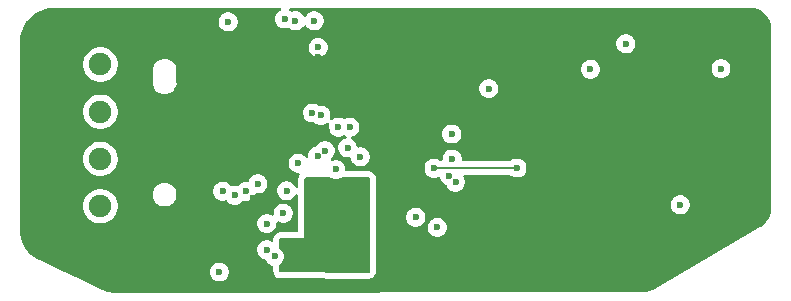
<source format=gbr>
%TF.GenerationSoftware,KiCad,Pcbnew,9.0.0*%
%TF.CreationDate,2026-02-06T13:22:11+01:00*%
%TF.ProjectId,Integrated_ACG_separate_v2,496e7465-6772-4617-9465-645f4143475f,rev?*%
%TF.SameCoordinates,Original*%
%TF.FileFunction,Copper,L3,Inr*%
%TF.FilePolarity,Positive*%
%FSLAX46Y46*%
G04 Gerber Fmt 4.6, Leading zero omitted, Abs format (unit mm)*
G04 Created by KiCad (PCBNEW 9.0.0) date 2026-02-06 13:22:11*
%MOMM*%
%LPD*%
G01*
G04 APERTURE LIST*
%TA.AperFunction,HeatsinkPad*%
%ADD10C,0.500000*%
%TD*%
%TA.AperFunction,ComponentPad*%
%ADD11C,1.905000*%
%TD*%
%TA.AperFunction,ViaPad*%
%ADD12C,0.600000*%
%TD*%
%TA.AperFunction,Conductor*%
%ADD13C,0.200000*%
%TD*%
G04 APERTURE END LIST*
D10*
%TO.N,GND*%
%TO.C,U1*%
X226600000Y-150812500D03*
X227600000Y-150812500D03*
X228600000Y-150812500D03*
X226600000Y-149812500D03*
X227600000Y-149812500D03*
X228600000Y-149812500D03*
X226600000Y-148812500D03*
X227600000Y-148812500D03*
X228600000Y-148812500D03*
%TD*%
D11*
%TO.N,GND*%
%TO.C,J1*%
X207510005Y-148679893D03*
%TO.N,/uController/LIN*%
X207510005Y-144679893D03*
%TO.N,unconnected-(J1-Pin_3-Pad3)*%
X207510005Y-140679893D03*
%TO.N,+12V*%
X207510005Y-136679893D03*
%TD*%
D12*
%TO.N,+12V*%
X217575000Y-154250000D03*
%TO.N,+5V*%
X231850000Y-152210000D03*
X216675000Y-133080000D03*
X216750000Y-137410000D03*
X220440000Y-148000000D03*
X223770000Y-150290000D03*
X225898909Y-136048909D03*
X246310000Y-137320000D03*
%TO.N,GND*%
X223460000Y-152845000D03*
X260050000Y-137030000D03*
%TO.N,/uController/RST*%
X218325000Y-133080000D03*
X249000000Y-137090000D03*
%TO.N,/uController/MOSI*%
X227660000Y-141980000D03*
X223270000Y-147380000D03*
X237260000Y-142570000D03*
%TO.N,/LED_Driver/LAT*%
X221600000Y-150150000D03*
X226180000Y-140980000D03*
%TO.N,/uController/RSTN*%
X219820000Y-147430000D03*
X225610000Y-132980000D03*
%TO.N,/uController/TX*%
X218890000Y-147760000D03*
X224020000Y-132990000D03*
%TO.N,/LED_Driver/BLANK*%
X222980000Y-149270000D03*
X225453686Y-140793000D03*
%TO.N,/uController/SCK*%
X240400000Y-138730000D03*
X220840000Y-146780000D03*
%TO.N,/uController/EN*%
X222259000Y-152931000D03*
X225940000Y-135230000D03*
%TO.N,/uController/MISO*%
X228620000Y-142000000D03*
X237280000Y-144690000D03*
%TO.N,/uController/RX*%
X217870000Y-147410000D03*
X223110000Y-132830000D03*
%TO.N,+12V*%
X221600000Y-152380000D03*
%TO.N,/LED_Driver/R0*%
X224250000Y-145040000D03*
%TO.N,/LED_Driver/B0*%
X226527528Y-143979254D03*
%TO.N,/LED_Driver/G0*%
X225900000Y-144390000D03*
%TO.N,/LED_Driver/R1*%
X227450000Y-145570000D03*
%TO.N,/LED_Driver/G1*%
X228440000Y-143740000D03*
%TO.N,/LED_Driver/B1*%
X229520000Y-144510000D03*
%TO.N,/LED_Driver/B2*%
X237570768Y-146650000D03*
%TO.N,/LED_Driver/G2*%
X237050000Y-146100000D03*
%TO.N,/LED_Driver/R2*%
X242777329Y-145450000D03*
X235750000Y-145470000D03*
%TO.N,/LED_Driver/R3*%
X256600000Y-148562500D03*
%TO.N,/LED_Driver/G3*%
X234210000Y-149620000D03*
%TO.N,/LED_Driver/B3*%
X236020000Y-150470000D03*
%TO.N,Net-(IC1-(PTCXY{slash}AIN1)_PD7)*%
X252000000Y-134926648D03*
%TD*%
D13*
%TO.N,GND*%
X227600000Y-149812500D02*
X224567500Y-152845000D01*
X224567500Y-152845000D02*
X223460000Y-152845000D01*
%TO.N,/LED_Driver/R2*%
X242777329Y-145450000D02*
X235770000Y-145450000D01*
X235770000Y-145450000D02*
X235750000Y-145470000D01*
%TD*%
%TA.AperFunction,Conductor*%
%TO.N,+5V*%
G36*
X262516064Y-131880944D02*
G01*
X262848923Y-131913727D01*
X262872748Y-131918466D01*
X263186963Y-132013780D01*
X263209418Y-132023081D01*
X263498998Y-132177862D01*
X263519198Y-132191359D01*
X263699643Y-132339443D01*
X263773019Y-132399660D01*
X263790207Y-132416848D01*
X263998509Y-132670656D01*
X264012013Y-132690866D01*
X264024923Y-132715018D01*
X264166797Y-132980435D01*
X264176100Y-133002892D01*
X264271421Y-133317096D01*
X264276164Y-133340937D01*
X264308903Y-133673254D01*
X264309500Y-133685411D01*
X264309500Y-148886828D01*
X264309028Y-148897639D01*
X264283099Y-149193918D01*
X264279345Y-149215203D01*
X264203770Y-149497227D01*
X264196377Y-149517538D01*
X264072976Y-149782155D01*
X264062168Y-149800874D01*
X263894690Y-150040044D01*
X263880796Y-150056601D01*
X263674337Y-150263051D01*
X263657779Y-150276944D01*
X263413751Y-150447806D01*
X263404636Y-150453614D01*
X263395343Y-150458980D01*
X263395334Y-150458985D01*
X263363205Y-150477532D01*
X263363206Y-150477533D01*
X254255778Y-155735568D01*
X254246180Y-155740564D01*
X253976639Y-155866242D01*
X253956330Y-155873633D01*
X253674305Y-155949198D01*
X253653022Y-155952951D01*
X253356671Y-155978883D01*
X253345920Y-155979355D01*
X253345725Y-155979355D01*
X253297627Y-155979356D01*
X253297588Y-155979377D01*
X253281562Y-155979385D01*
X253281561Y-155979384D01*
X253281559Y-155979385D01*
X208707952Y-155999150D01*
X208683857Y-155996620D01*
X208637839Y-155999016D01*
X208631449Y-155999184D01*
X208624948Y-155999187D01*
X208620187Y-155999098D01*
X208384861Y-155990164D01*
X208362756Y-155987320D01*
X208134676Y-155936815D01*
X208113438Y-155930061D01*
X207896888Y-155839042D01*
X207892537Y-155837114D01*
X207886096Y-155834111D01*
X207880367Y-155831258D01*
X207839668Y-155809659D01*
X207816778Y-155801788D01*
X207674769Y-155735568D01*
X206088649Y-154995945D01*
X204486541Y-154248867D01*
X204262966Y-154144612D01*
X216774500Y-154144612D01*
X216774500Y-154355388D01*
X216802236Y-154458899D01*
X216829054Y-154558984D01*
X216866890Y-154624517D01*
X216934441Y-154741518D01*
X217083482Y-154890559D01*
X217211787Y-154964636D01*
X217266015Y-154995945D01*
X217266016Y-154995945D01*
X217266019Y-154995947D01*
X217469612Y-155050500D01*
X217469615Y-155050500D01*
X217680385Y-155050500D01*
X217680388Y-155050500D01*
X217883981Y-154995947D01*
X218066518Y-154890559D01*
X218215559Y-154741518D01*
X218320947Y-154558981D01*
X218375500Y-154355388D01*
X218375500Y-154144612D01*
X218320947Y-153941019D01*
X218215559Y-153758482D01*
X218066518Y-153609441D01*
X218000905Y-153571559D01*
X217883984Y-153504054D01*
X217883985Y-153504054D01*
X217867289Y-153499580D01*
X217680388Y-153449500D01*
X217469612Y-153449500D01*
X217282710Y-153499580D01*
X217266015Y-153504054D01*
X217083485Y-153609439D01*
X217083479Y-153609443D01*
X216934443Y-153758479D01*
X216934439Y-153758485D01*
X216829054Y-153941015D01*
X216829053Y-153941019D01*
X216774500Y-154144612D01*
X204262966Y-154144612D01*
X202365615Y-153259859D01*
X202365615Y-153259860D01*
X202365611Y-153259858D01*
X202352722Y-153253848D01*
X202352718Y-153253846D01*
X202320895Y-153239006D01*
X202313080Y-153235019D01*
X201977879Y-153048744D01*
X201963175Y-153039150D01*
X201938670Y-153020559D01*
X201899464Y-152990814D01*
X201661191Y-152810042D01*
X201647981Y-152798458D01*
X201381409Y-152528968D01*
X201369969Y-152515633D01*
X201239969Y-152340351D01*
X201191213Y-152274612D01*
X220799500Y-152274612D01*
X220799500Y-152485388D01*
X220833249Y-152611340D01*
X220854054Y-152688984D01*
X220917260Y-152798458D01*
X220959441Y-152871518D01*
X221108482Y-153020559D01*
X221157314Y-153048752D01*
X221291015Y-153125945D01*
X221291016Y-153125945D01*
X221291019Y-153125947D01*
X221428576Y-153162805D01*
X221503868Y-153220579D01*
X221511043Y-153235129D01*
X221513053Y-153239982D01*
X221524530Y-153259860D01*
X221618441Y-153422518D01*
X221767482Y-153571559D01*
X221833099Y-153609443D01*
X221950015Y-153676945D01*
X221950016Y-153676945D01*
X221950019Y-153676947D01*
X222053797Y-153704754D01*
X222129090Y-153762527D01*
X222145702Y-153824950D01*
X222144544Y-154165437D01*
X222144541Y-154166589D01*
X222144541Y-154166590D01*
X222183177Y-154361993D01*
X222183178Y-154361999D01*
X222219395Y-154449717D01*
X222219396Y-154449717D01*
X222329869Y-154615462D01*
X222495361Y-154726313D01*
X222583001Y-154762732D01*
X222778314Y-154801815D01*
X230235415Y-154810357D01*
X230235486Y-154810357D01*
X230236004Y-154810357D01*
X230367431Y-154784213D01*
X230431361Y-154771497D01*
X230519042Y-154735178D01*
X230684658Y-154624517D01*
X230795321Y-154458899D01*
X230829308Y-154376847D01*
X230831401Y-154372421D01*
X230831640Y-154371217D01*
X230831641Y-154371217D01*
X230870500Y-154175857D01*
X230870500Y-149514612D01*
X233409500Y-149514612D01*
X233409500Y-149725388D01*
X233459116Y-149910556D01*
X233464054Y-149928984D01*
X233492632Y-149978482D01*
X233569441Y-150111518D01*
X233718482Y-150260559D01*
X233846787Y-150334636D01*
X233901015Y-150365945D01*
X233901016Y-150365945D01*
X233901019Y-150365947D01*
X234104612Y-150420500D01*
X234104615Y-150420500D01*
X234315385Y-150420500D01*
X234315388Y-150420500D01*
X234518981Y-150365947D01*
X234521293Y-150364612D01*
X235219500Y-150364612D01*
X235219500Y-150575388D01*
X235252858Y-150699879D01*
X235274054Y-150778984D01*
X235335297Y-150885059D01*
X235379441Y-150961518D01*
X235528482Y-151110559D01*
X235656787Y-151184636D01*
X235711015Y-151215945D01*
X235711016Y-151215945D01*
X235711019Y-151215947D01*
X235914612Y-151270500D01*
X235914615Y-151270500D01*
X236125385Y-151270500D01*
X236125388Y-151270500D01*
X236328981Y-151215947D01*
X236511518Y-151110559D01*
X236660559Y-150961518D01*
X236765947Y-150778981D01*
X236820500Y-150575388D01*
X236820500Y-150364612D01*
X236765947Y-150161019D01*
X236749708Y-150132893D01*
X236682188Y-150015945D01*
X236660559Y-149978482D01*
X236511518Y-149829441D01*
X236446648Y-149791988D01*
X236328984Y-149724054D01*
X236328985Y-149724054D01*
X236312289Y-149719580D01*
X236125388Y-149669500D01*
X235914612Y-149669500D01*
X235727710Y-149719580D01*
X235711015Y-149724054D01*
X235528485Y-149829439D01*
X235528479Y-149829443D01*
X235379443Y-149978479D01*
X235379439Y-149978485D01*
X235274054Y-150161015D01*
X235274053Y-150161019D01*
X235219500Y-150364612D01*
X234521293Y-150364612D01*
X234701518Y-150260559D01*
X234850559Y-150111518D01*
X234955947Y-149928981D01*
X235010500Y-149725388D01*
X235010500Y-149514612D01*
X234955947Y-149311019D01*
X234850559Y-149128482D01*
X234701518Y-148979441D01*
X234619577Y-148932132D01*
X234518984Y-148874054D01*
X234518985Y-148874054D01*
X234502289Y-148869580D01*
X234315388Y-148819500D01*
X234104612Y-148819500D01*
X233917710Y-148869580D01*
X233901015Y-148874054D01*
X233718485Y-148979439D01*
X233718479Y-148979443D01*
X233569443Y-149128479D01*
X233569439Y-149128485D01*
X233464054Y-149311015D01*
X233464053Y-149311019D01*
X233409500Y-149514612D01*
X230870500Y-149514612D01*
X230870500Y-148457112D01*
X255799500Y-148457112D01*
X255799500Y-148667888D01*
X255845224Y-148838531D01*
X255854054Y-148871484D01*
X255905748Y-148961019D01*
X255959441Y-149054018D01*
X256108482Y-149203059D01*
X256236787Y-149277136D01*
X256291015Y-149308445D01*
X256291016Y-149308445D01*
X256291019Y-149308447D01*
X256494612Y-149363000D01*
X256494615Y-149363000D01*
X256705385Y-149363000D01*
X256705388Y-149363000D01*
X256908981Y-149308447D01*
X257091518Y-149203059D01*
X257240559Y-149054018D01*
X257345947Y-148871481D01*
X257400500Y-148667888D01*
X257400500Y-148457112D01*
X257345947Y-148253519D01*
X257344789Y-148251514D01*
X257314636Y-148199287D01*
X257240559Y-148070982D01*
X257091518Y-147921941D01*
X257037286Y-147890630D01*
X256908984Y-147816554D01*
X256908985Y-147816554D01*
X256892289Y-147812080D01*
X256705388Y-147762000D01*
X256494612Y-147762000D01*
X256307710Y-147812080D01*
X256291015Y-147816554D01*
X256108485Y-147921939D01*
X256108479Y-147921943D01*
X255959443Y-148070979D01*
X255959439Y-148070985D01*
X255854054Y-148253515D01*
X255854053Y-148253519D01*
X255799500Y-148457112D01*
X230870500Y-148457112D01*
X230870500Y-146363998D01*
X230870500Y-146363995D01*
X230831641Y-146168644D01*
X230831640Y-146168643D01*
X230831640Y-146168639D01*
X230797249Y-146085612D01*
X230795322Y-146080960D01*
X230795317Y-146080951D01*
X230684660Y-145915342D01*
X230684657Y-145915339D01*
X230519039Y-145804677D01*
X230436992Y-145770692D01*
X230432564Y-145768598D01*
X230236004Y-145729500D01*
X230236000Y-145729500D01*
X228374500Y-145729500D01*
X228286819Y-145693181D01*
X228250500Y-145605500D01*
X228250500Y-145464614D01*
X228250500Y-145464612D01*
X228223705Y-145364612D01*
X234949500Y-145364612D01*
X234949500Y-145575388D01*
X234977680Y-145680556D01*
X235004054Y-145778984D01*
X235021100Y-145808508D01*
X235109441Y-145961518D01*
X235258482Y-146110559D01*
X235386787Y-146184636D01*
X235441015Y-146215945D01*
X235441016Y-146215945D01*
X235441019Y-146215947D01*
X235644612Y-146270500D01*
X235644615Y-146270500D01*
X235855385Y-146270500D01*
X235855388Y-146270500D01*
X236058981Y-146215947D01*
X236086475Y-146200072D01*
X236180569Y-146187685D01*
X236255863Y-146245459D01*
X236268250Y-146275363D01*
X236291999Y-146363995D01*
X236304054Y-146408984D01*
X236339872Y-146471022D01*
X236409441Y-146591518D01*
X236558482Y-146740559D01*
X236643148Y-146789441D01*
X236741015Y-146845945D01*
X236741016Y-146845945D01*
X236741019Y-146845947D01*
X236741021Y-146845947D01*
X236744711Y-146847476D01*
X236746138Y-146848903D01*
X236748057Y-146850011D01*
X236747760Y-146850524D01*
X236811824Y-146914579D01*
X236817040Y-146929945D01*
X236824819Y-146958977D01*
X236824822Y-146958984D01*
X236860437Y-147020670D01*
X236930209Y-147141518D01*
X237079250Y-147290559D01*
X237207555Y-147364636D01*
X237261783Y-147395945D01*
X237261784Y-147395945D01*
X237261787Y-147395947D01*
X237465380Y-147450500D01*
X237465383Y-147450500D01*
X237676153Y-147450500D01*
X237676156Y-147450500D01*
X237879749Y-147395947D01*
X238062286Y-147290559D01*
X238211327Y-147141518D01*
X238316715Y-146958981D01*
X238371268Y-146755388D01*
X238371268Y-146544612D01*
X238316715Y-146341019D01*
X238286384Y-146288485D01*
X238256371Y-146236500D01*
X238243983Y-146142407D01*
X238301758Y-146067113D01*
X238363758Y-146050500D01*
X242194390Y-146050500D01*
X242279314Y-146085677D01*
X242279365Y-146085612D01*
X242279608Y-146085799D01*
X242282071Y-146086819D01*
X242285811Y-146090559D01*
X242403457Y-146158482D01*
X242468344Y-146195945D01*
X242468345Y-146195945D01*
X242468348Y-146195947D01*
X242671941Y-146250500D01*
X242671944Y-146250500D01*
X242882714Y-146250500D01*
X242882717Y-146250500D01*
X243086310Y-146195947D01*
X243268847Y-146090559D01*
X243417888Y-145941518D01*
X243523276Y-145758981D01*
X243577829Y-145555388D01*
X243577829Y-145344612D01*
X243523276Y-145141019D01*
X243417888Y-144958482D01*
X243268847Y-144809441D01*
X243141644Y-144736000D01*
X243086313Y-144704054D01*
X243086314Y-144704054D01*
X243067381Y-144698981D01*
X242882717Y-144649500D01*
X242671941Y-144649500D01*
X242487277Y-144698981D01*
X242468344Y-144704054D01*
X242285814Y-144809439D01*
X242285808Y-144809443D01*
X242282071Y-144813181D01*
X242279608Y-144814200D01*
X242279365Y-144814388D01*
X242279314Y-144814322D01*
X242194390Y-144849500D01*
X238204500Y-144849500D01*
X238116819Y-144813181D01*
X238080500Y-144725500D01*
X238080500Y-144584614D01*
X238080500Y-144584612D01*
X238025947Y-144381019D01*
X238025681Y-144380559D01*
X237994636Y-144326787D01*
X237920559Y-144198482D01*
X237771518Y-144049441D01*
X237717286Y-144018130D01*
X237588984Y-143944054D01*
X237588985Y-143944054D01*
X237572289Y-143939580D01*
X237385388Y-143889500D01*
X237174612Y-143889500D01*
X236987710Y-143939580D01*
X236971015Y-143944054D01*
X236788485Y-144049439D01*
X236788479Y-144049443D01*
X236639443Y-144198479D01*
X236639439Y-144198485D01*
X236534054Y-144381015D01*
X236534053Y-144381019D01*
X236479500Y-144584612D01*
X236479500Y-144584614D01*
X236479500Y-144725500D01*
X236443181Y-144813181D01*
X236355500Y-144849500D01*
X236309487Y-144849500D01*
X236247487Y-144832887D01*
X236058984Y-144724054D01*
X236058985Y-144724054D01*
X236042289Y-144719580D01*
X235855388Y-144669500D01*
X235644612Y-144669500D01*
X235457710Y-144719580D01*
X235441015Y-144724054D01*
X235258485Y-144829439D01*
X235258479Y-144829443D01*
X235109443Y-144978479D01*
X235109439Y-144978485D01*
X235004054Y-145161015D01*
X235004053Y-145161019D01*
X234949500Y-145364612D01*
X228223705Y-145364612D01*
X228195947Y-145261019D01*
X228189064Y-145249098D01*
X228138212Y-145161019D01*
X228090559Y-145078482D01*
X227941518Y-144929441D01*
X227858513Y-144881518D01*
X227758984Y-144824054D01*
X227758985Y-144824054D01*
X227722911Y-144814388D01*
X227555388Y-144769500D01*
X227344612Y-144769500D01*
X227142407Y-144823680D01*
X227048314Y-144811293D01*
X226990539Y-144736000D01*
X227002927Y-144641906D01*
X227022626Y-144616232D01*
X227168087Y-144470772D01*
X227273475Y-144288235D01*
X227328028Y-144084642D01*
X227328028Y-143873866D01*
X227273475Y-143670273D01*
X227258337Y-143644054D01*
X227228366Y-143592142D01*
X227168087Y-143487736D01*
X227019046Y-143338695D01*
X226922114Y-143282731D01*
X226836512Y-143233308D01*
X226836513Y-143233308D01*
X226812572Y-143226893D01*
X226632916Y-143178754D01*
X226422140Y-143178754D01*
X226242484Y-143226893D01*
X226218543Y-143233308D01*
X226036013Y-143338693D01*
X226036007Y-143338697D01*
X225886971Y-143487733D01*
X225886969Y-143487736D01*
X225860046Y-143534368D01*
X225784753Y-143592141D01*
X225650045Y-143628237D01*
X225591015Y-143644054D01*
X225408485Y-143749439D01*
X225408479Y-143749443D01*
X225259443Y-143898479D01*
X225259439Y-143898485D01*
X225154054Y-144081015D01*
X225154053Y-144081019D01*
X225099500Y-144284612D01*
X225099500Y-144284614D01*
X225099500Y-144458061D01*
X225063181Y-144545742D01*
X224975500Y-144582061D01*
X224887819Y-144545742D01*
X224741520Y-144399443D01*
X224741518Y-144399441D01*
X224687286Y-144368130D01*
X224558984Y-144294054D01*
X224558985Y-144294054D01*
X224523747Y-144284612D01*
X224355388Y-144239500D01*
X224144612Y-144239500D01*
X223976253Y-144284612D01*
X223941015Y-144294054D01*
X223758485Y-144399439D01*
X223758479Y-144399443D01*
X223609443Y-144548479D01*
X223609439Y-144548485D01*
X223504054Y-144731015D01*
X223504053Y-144731019D01*
X223449500Y-144934612D01*
X223449500Y-145145388D01*
X223502883Y-145344614D01*
X223504054Y-145348984D01*
X223515121Y-145368152D01*
X223609441Y-145531518D01*
X223758482Y-145680559D01*
X223843252Y-145729501D01*
X223941015Y-145785945D01*
X223941016Y-145785945D01*
X223941019Y-145785947D01*
X224144612Y-145840500D01*
X224144615Y-145840500D01*
X224243268Y-145840500D01*
X224270326Y-145851707D01*
X224299526Y-145853996D01*
X224312500Y-145869177D01*
X224330949Y-145876819D01*
X224342156Y-145903876D01*
X224361186Y-145926142D01*
X224358747Y-145943929D01*
X224367268Y-145964500D01*
X224353772Y-146020758D01*
X224350501Y-146027182D01*
X224313974Y-146082089D01*
X224277833Y-146169842D01*
X224277832Y-146169844D01*
X224277807Y-146169970D01*
X224277807Y-146169971D01*
X224239368Y-146365281D01*
X224239368Y-146365282D01*
X224240647Y-146997185D01*
X224204505Y-147084940D01*
X224116898Y-147121436D01*
X224029143Y-147085294D01*
X224009260Y-147059436D01*
X223951263Y-146958984D01*
X223910559Y-146888482D01*
X223761518Y-146739441D01*
X223692338Y-146699500D01*
X223578984Y-146634054D01*
X223578985Y-146634054D01*
X223513730Y-146616569D01*
X223375388Y-146579500D01*
X223164612Y-146579500D01*
X223026270Y-146616569D01*
X222961015Y-146634054D01*
X222778485Y-146739439D01*
X222778479Y-146739443D01*
X222629443Y-146888479D01*
X222629439Y-146888485D01*
X222524054Y-147071015D01*
X222524053Y-147071019D01*
X222469500Y-147274612D01*
X222469500Y-147485388D01*
X222524053Y-147688981D01*
X222524054Y-147688984D01*
X222597707Y-147816553D01*
X222629441Y-147871518D01*
X222778482Y-148020559D01*
X222892137Y-148086178D01*
X222961015Y-148125945D01*
X222961016Y-148125945D01*
X222961019Y-148125947D01*
X223164612Y-148180500D01*
X223164615Y-148180500D01*
X223375385Y-148180500D01*
X223375388Y-148180500D01*
X223578981Y-148125947D01*
X223761518Y-148020559D01*
X223910559Y-147871518D01*
X224010803Y-147697889D01*
X224086096Y-147640115D01*
X224180190Y-147652503D01*
X224237965Y-147727796D01*
X224242190Y-147759639D01*
X224248204Y-150731159D01*
X224212063Y-150818914D01*
X224124455Y-150855410D01*
X224123409Y-150855407D01*
X222792020Y-150846872D01*
X222788892Y-150846863D01*
X222788741Y-150846863D01*
X222788599Y-150846863D01*
X222788594Y-150846863D01*
X222594851Y-150885059D01*
X222594842Y-150885061D01*
X222507039Y-150921080D01*
X222341051Y-151031174D01*
X222341048Y-151031176D01*
X222229823Y-151196414D01*
X222193204Y-151283975D01*
X222193203Y-151283980D01*
X222153680Y-151479203D01*
X222153680Y-151479204D01*
X222153402Y-151560819D01*
X222116785Y-151648376D01*
X222028980Y-151684395D01*
X221967403Y-151667783D01*
X221908981Y-151634053D01*
X221705388Y-151579500D01*
X221494612Y-151579500D01*
X221307710Y-151629580D01*
X221291015Y-151634054D01*
X221108485Y-151739439D01*
X221108479Y-151739443D01*
X220959443Y-151888479D01*
X220959439Y-151888485D01*
X220854054Y-152071015D01*
X220854053Y-152071019D01*
X220799500Y-152274612D01*
X201191213Y-152274612D01*
X201144158Y-152211166D01*
X201134721Y-152196354D01*
X200954205Y-151863023D01*
X200946966Y-151847046D01*
X200815371Y-151491538D01*
X200810457Y-151474677D01*
X200769270Y-151283975D01*
X200730432Y-151104149D01*
X200727952Y-151086781D01*
X200700810Y-150704583D01*
X200700500Y-150695940D01*
X200700501Y-150646156D01*
X200700464Y-150646091D01*
X200700453Y-150629878D01*
X200700461Y-150629857D01*
X200700453Y-150629792D01*
X200700453Y-148536780D01*
X206057005Y-148536780D01*
X206057005Y-148823005D01*
X206112841Y-149103709D01*
X206112843Y-149103717D01*
X206222371Y-149368143D01*
X206222376Y-149368152D01*
X206381386Y-149606125D01*
X206381389Y-149606129D01*
X206583768Y-149808508D01*
X206583772Y-149808511D01*
X206821745Y-149967521D01*
X206821754Y-149967526D01*
X206848212Y-149978485D01*
X207086181Y-150077055D01*
X207366892Y-150132892D01*
X207366895Y-150132893D01*
X207366897Y-150132893D01*
X207653115Y-150132893D01*
X207653116Y-150132892D01*
X207933829Y-150077055D01*
X208012153Y-150044612D01*
X220799500Y-150044612D01*
X220799500Y-150255388D01*
X220852615Y-150453614D01*
X220854053Y-150458980D01*
X220854054Y-150458984D01*
X220921259Y-150575385D01*
X220959441Y-150641518D01*
X221108482Y-150790559D01*
X221206003Y-150846863D01*
X221291015Y-150895945D01*
X221291016Y-150895945D01*
X221291019Y-150895947D01*
X221494612Y-150950500D01*
X221494615Y-150950500D01*
X221705385Y-150950500D01*
X221705388Y-150950500D01*
X221908981Y-150895947D01*
X222091518Y-150790559D01*
X222240559Y-150641518D01*
X222345947Y-150458981D01*
X222400500Y-150255388D01*
X222400500Y-150074537D01*
X222436819Y-149986856D01*
X222524500Y-149950537D01*
X222586500Y-149967150D01*
X222671015Y-150015945D01*
X222671016Y-150015945D01*
X222671019Y-150015947D01*
X222874612Y-150070500D01*
X222874615Y-150070500D01*
X223085385Y-150070500D01*
X223085388Y-150070500D01*
X223288981Y-150015947D01*
X223471518Y-149910559D01*
X223620559Y-149761518D01*
X223725947Y-149578981D01*
X223780500Y-149375388D01*
X223780500Y-149164612D01*
X223725947Y-148961019D01*
X223620559Y-148778482D01*
X223471518Y-148629441D01*
X223417286Y-148598130D01*
X223288984Y-148524054D01*
X223288985Y-148524054D01*
X223272289Y-148519580D01*
X223085388Y-148469500D01*
X222874612Y-148469500D01*
X222687710Y-148519580D01*
X222671015Y-148524054D01*
X222488485Y-148629439D01*
X222488479Y-148629443D01*
X222339443Y-148778479D01*
X222339439Y-148778485D01*
X222234054Y-148961015D01*
X222234053Y-148961019D01*
X222179500Y-149164612D01*
X222179500Y-149164614D01*
X222179500Y-149345462D01*
X222143181Y-149433143D01*
X222055500Y-149469462D01*
X221993500Y-149452849D01*
X221908984Y-149404054D01*
X221908985Y-149404054D01*
X221892289Y-149399580D01*
X221705388Y-149349500D01*
X221494612Y-149349500D01*
X221307710Y-149399580D01*
X221291015Y-149404054D01*
X221108485Y-149509439D01*
X221108479Y-149509443D01*
X220959443Y-149658479D01*
X220959439Y-149658485D01*
X220854054Y-149841015D01*
X220854053Y-149841019D01*
X220799500Y-150044612D01*
X208012153Y-150044612D01*
X208198258Y-149967525D01*
X208198819Y-149967150D01*
X208249356Y-149933383D01*
X208349656Y-149866363D01*
X208436238Y-149808511D01*
X208638623Y-149606126D01*
X208797637Y-149368146D01*
X208907167Y-149103717D01*
X208963005Y-148823001D01*
X208963005Y-148536785D01*
X208963005Y-148536782D01*
X208963004Y-148536780D01*
X208956871Y-148505947D01*
X208907167Y-148256069D01*
X208797637Y-147991640D01*
X208797636Y-147991639D01*
X208797633Y-147991633D01*
X208638623Y-147753660D01*
X208638620Y-147753656D01*
X208453246Y-147568282D01*
X211946768Y-147568282D01*
X211946768Y-147621750D01*
X211946768Y-147831718D01*
X211989620Y-147991642D01*
X212014951Y-148086179D01*
X212014952Y-148086180D01*
X212146666Y-148314317D01*
X212146668Y-148314320D01*
X212146669Y-148314321D01*
X212332947Y-148500599D01*
X212332948Y-148500600D01*
X212332950Y-148500601D01*
X212395618Y-148536782D01*
X212561090Y-148632317D01*
X212815550Y-148700500D01*
X212815553Y-148700500D01*
X213078983Y-148700500D01*
X213078986Y-148700500D01*
X213333446Y-148632317D01*
X213561589Y-148500599D01*
X213747867Y-148314321D01*
X213879585Y-148086178D01*
X213947768Y-147831718D01*
X213947768Y-147568282D01*
X213879585Y-147313822D01*
X213874268Y-147304612D01*
X217069500Y-147304612D01*
X217069500Y-147515388D01*
X217118402Y-147697890D01*
X217124054Y-147718984D01*
X217148890Y-147762000D01*
X217229441Y-147901518D01*
X217378482Y-148050559D01*
X217506787Y-148124636D01*
X217561015Y-148155945D01*
X217561016Y-148155945D01*
X217561019Y-148155947D01*
X217764612Y-148210500D01*
X217764615Y-148210500D01*
X217975384Y-148210500D01*
X217975388Y-148210500D01*
X218100311Y-148177026D01*
X218194401Y-148189413D01*
X218239788Y-148234799D01*
X218249441Y-148251518D01*
X218398482Y-148400559D01*
X218496438Y-148457114D01*
X218581015Y-148505945D01*
X218581016Y-148505945D01*
X218581019Y-148505947D01*
X218784612Y-148560500D01*
X218784615Y-148560500D01*
X218995385Y-148560500D01*
X218995388Y-148560500D01*
X219198981Y-148505947D01*
X219381518Y-148400559D01*
X219530559Y-148251518D01*
X219530561Y-148251513D01*
X219535406Y-148246669D01*
X219623088Y-148210350D01*
X219655179Y-148214574D01*
X219714612Y-148230500D01*
X219714614Y-148230500D01*
X219925385Y-148230500D01*
X219925388Y-148230500D01*
X220128981Y-148175947D01*
X220311518Y-148070559D01*
X220460559Y-147921518D01*
X220565947Y-147738981D01*
X220584772Y-147668722D01*
X220642545Y-147593431D01*
X220726162Y-147582422D01*
X220726555Y-147579439D01*
X220734611Y-147580499D01*
X220734612Y-147580500D01*
X220734613Y-147580500D01*
X220945385Y-147580500D01*
X220945388Y-147580500D01*
X221148981Y-147525947D01*
X221331518Y-147420559D01*
X221480559Y-147271518D01*
X221585947Y-147088981D01*
X221640500Y-146885388D01*
X221640500Y-146674612D01*
X221585947Y-146471019D01*
X221480559Y-146288482D01*
X221331518Y-146139441D01*
X221246847Y-146090556D01*
X221148984Y-146034054D01*
X221148985Y-146034054D01*
X221132289Y-146029580D01*
X220945388Y-145979500D01*
X220734612Y-145979500D01*
X220547710Y-146029580D01*
X220531015Y-146034054D01*
X220348485Y-146139439D01*
X220348479Y-146139443D01*
X220199443Y-146288479D01*
X220199439Y-146288485D01*
X220094054Y-146471015D01*
X220094051Y-146471022D01*
X220075226Y-146541276D01*
X220017450Y-146616569D01*
X219933836Y-146627581D01*
X219933444Y-146630561D01*
X219925389Y-146629500D01*
X219925388Y-146629500D01*
X219714612Y-146629500D01*
X219546253Y-146674612D01*
X219511015Y-146684054D01*
X219328485Y-146789439D01*
X219328483Y-146789440D01*
X219174592Y-146943331D01*
X219086911Y-146979649D01*
X219054818Y-146975424D01*
X219020194Y-146966146D01*
X218995388Y-146959500D01*
X218784612Y-146959500D01*
X218659690Y-146992972D01*
X218565596Y-146980584D01*
X218520210Y-146935198D01*
X218510559Y-146918482D01*
X218361520Y-146769443D01*
X218361518Y-146769441D01*
X218307286Y-146738130D01*
X218178984Y-146664054D01*
X218178985Y-146664054D01*
X218162289Y-146659580D01*
X217975388Y-146609500D01*
X217764612Y-146609500D01*
X217577710Y-146659580D01*
X217561015Y-146664054D01*
X217378485Y-146769439D01*
X217378479Y-146769443D01*
X217229443Y-146918479D01*
X217229439Y-146918485D01*
X217124054Y-147101015D01*
X217124053Y-147101019D01*
X217069500Y-147304612D01*
X213874268Y-147304612D01*
X213749775Y-147088984D01*
X213747869Y-147085682D01*
X213747865Y-147085677D01*
X213561590Y-146899402D01*
X213561585Y-146899398D01*
X213333448Y-146767684D01*
X213333447Y-146767683D01*
X213269831Y-146750637D01*
X213078986Y-146699500D01*
X212815550Y-146699500D01*
X212666497Y-146739439D01*
X212561088Y-146767683D01*
X212561087Y-146767684D01*
X212332950Y-146899398D01*
X212332945Y-146899402D01*
X212146670Y-147085677D01*
X212146666Y-147085682D01*
X212014952Y-147313819D01*
X212014951Y-147313820D01*
X211993933Y-147392261D01*
X211946768Y-147568282D01*
X208453246Y-147568282D01*
X208436241Y-147551277D01*
X208436237Y-147551274D01*
X208198264Y-147392264D01*
X208198255Y-147392259D01*
X207933829Y-147282731D01*
X207933821Y-147282729D01*
X207653116Y-147226893D01*
X207653113Y-147226893D01*
X207366897Y-147226893D01*
X207366894Y-147226893D01*
X207086188Y-147282729D01*
X207086180Y-147282731D01*
X206821754Y-147392259D01*
X206821745Y-147392264D01*
X206583772Y-147551274D01*
X206583768Y-147551277D01*
X206381389Y-147753656D01*
X206381386Y-147753660D01*
X206222376Y-147991633D01*
X206222371Y-147991642D01*
X206112843Y-148256068D01*
X206112841Y-148256076D01*
X206057005Y-148536780D01*
X200700453Y-148536780D01*
X200700453Y-144536780D01*
X206057005Y-144536780D01*
X206057005Y-144823005D01*
X206112841Y-145103709D01*
X206112843Y-145103717D01*
X206222371Y-145368143D01*
X206222376Y-145368152D01*
X206381386Y-145606125D01*
X206381389Y-145606129D01*
X206583768Y-145808508D01*
X206583772Y-145808511D01*
X206821745Y-145967521D01*
X206821751Y-145967524D01*
X206821752Y-145967525D01*
X207086181Y-146077055D01*
X207254602Y-146110556D01*
X207366892Y-146132892D01*
X207366895Y-146132893D01*
X207366897Y-146132893D01*
X207653115Y-146132893D01*
X207653116Y-146132892D01*
X207933829Y-146077055D01*
X208198258Y-145967525D01*
X208436238Y-145808511D01*
X208638623Y-145606126D01*
X208797637Y-145368146D01*
X208907167Y-145103717D01*
X208963005Y-144823001D01*
X208963005Y-144536785D01*
X208963005Y-144536782D01*
X208963004Y-144536780D01*
X208935686Y-144399443D01*
X208907167Y-144256069D01*
X208797637Y-143991640D01*
X208797636Y-143991639D01*
X208797633Y-143991633D01*
X208638623Y-143753660D01*
X208638620Y-143753656D01*
X208436241Y-143551277D01*
X208436237Y-143551274D01*
X208198264Y-143392264D01*
X208198255Y-143392259D01*
X207933829Y-143282731D01*
X207933821Y-143282729D01*
X207653116Y-143226893D01*
X207653113Y-143226893D01*
X207366897Y-143226893D01*
X207366894Y-143226893D01*
X207086188Y-143282729D01*
X207086180Y-143282731D01*
X206821754Y-143392259D01*
X206821745Y-143392264D01*
X206583772Y-143551274D01*
X206583768Y-143551277D01*
X206381389Y-143753656D01*
X206381386Y-143753660D01*
X206222376Y-143991633D01*
X206222371Y-143991642D01*
X206112843Y-144256068D01*
X206112841Y-144256076D01*
X206057005Y-144536780D01*
X200700453Y-144536780D01*
X200700453Y-140536780D01*
X206057005Y-140536780D01*
X206057005Y-140823005D01*
X206112841Y-141103709D01*
X206112843Y-141103717D01*
X206222371Y-141368143D01*
X206222376Y-141368152D01*
X206381386Y-141606125D01*
X206381389Y-141606129D01*
X206583768Y-141808508D01*
X206583772Y-141808511D01*
X206821745Y-141967521D01*
X206821751Y-141967524D01*
X206821752Y-141967525D01*
X207086181Y-142077055D01*
X207366892Y-142132892D01*
X207366895Y-142132893D01*
X207366897Y-142132893D01*
X207653115Y-142132893D01*
X207653116Y-142132892D01*
X207933829Y-142077055D01*
X208198258Y-141967525D01*
X208436238Y-141808511D01*
X208638623Y-141606126D01*
X208797637Y-141368146D01*
X208907167Y-141103717D01*
X208963005Y-140823001D01*
X208963005Y-140687612D01*
X224653186Y-140687612D01*
X224653186Y-140898388D01*
X224703292Y-141085385D01*
X224707740Y-141101984D01*
X224764042Y-141199500D01*
X224813127Y-141284518D01*
X224962168Y-141433559D01*
X225090473Y-141507636D01*
X225144701Y-141538945D01*
X225144702Y-141538945D01*
X225144705Y-141538947D01*
X225348298Y-141593500D01*
X225348301Y-141593500D01*
X225559074Y-141593500D01*
X225570634Y-141590402D01*
X225664727Y-141602782D01*
X225681818Y-141615895D01*
X225682036Y-141615612D01*
X225688476Y-141620553D01*
X225688482Y-141620559D01*
X225801290Y-141685689D01*
X225871015Y-141725945D01*
X225871016Y-141725945D01*
X225871019Y-141725947D01*
X226074612Y-141780500D01*
X226074615Y-141780500D01*
X226285385Y-141780500D01*
X226285388Y-141780500D01*
X226488981Y-141725947D01*
X226671518Y-141620559D01*
X226694067Y-141598009D01*
X226781745Y-141561691D01*
X226869427Y-141598008D01*
X226905747Y-141685689D01*
X226901522Y-141717784D01*
X226899335Y-141725947D01*
X226859500Y-141874612D01*
X226859500Y-142085388D01*
X226906561Y-142261019D01*
X226914054Y-142288984D01*
X226974965Y-142394484D01*
X227019441Y-142471518D01*
X227168482Y-142620559D01*
X227296787Y-142694636D01*
X227351015Y-142725945D01*
X227351016Y-142725945D01*
X227351019Y-142725947D01*
X227554612Y-142780500D01*
X227554615Y-142780500D01*
X227765385Y-142780500D01*
X227765388Y-142780500D01*
X227968981Y-142725947D01*
X227968983Y-142725945D01*
X227968985Y-142725945D01*
X227968986Y-142725944D01*
X228056556Y-142675385D01*
X228060678Y-142673004D01*
X228077290Y-142670817D01*
X228090586Y-142660616D01*
X228122679Y-142664841D01*
X228154771Y-142660616D01*
X228184673Y-142673001D01*
X228288219Y-142732783D01*
X228345993Y-142808077D01*
X228333605Y-142902171D01*
X228258312Y-142959944D01*
X228154392Y-142987789D01*
X228131015Y-142994054D01*
X227948485Y-143099439D01*
X227948479Y-143099443D01*
X227799443Y-143248479D01*
X227799439Y-143248485D01*
X227694054Y-143431015D01*
X227694053Y-143431019D01*
X227639500Y-143634612D01*
X227639500Y-143845388D01*
X227678689Y-143991642D01*
X227694054Y-144048984D01*
X227768130Y-144177286D01*
X227799441Y-144231518D01*
X227948482Y-144380559D01*
X228076787Y-144454636D01*
X228131015Y-144485945D01*
X228131016Y-144485945D01*
X228131019Y-144485947D01*
X228334612Y-144540500D01*
X228334615Y-144540500D01*
X228545386Y-144540500D01*
X228545388Y-144540500D01*
X228569338Y-144534082D01*
X228663430Y-144546467D01*
X228721207Y-144621759D01*
X228750483Y-144731019D01*
X228774054Y-144818984D01*
X228825071Y-144907347D01*
X228879441Y-145001518D01*
X229028482Y-145150559D01*
X229097662Y-145190500D01*
X229211015Y-145255945D01*
X229211016Y-145255945D01*
X229211019Y-145255947D01*
X229414612Y-145310500D01*
X229414615Y-145310500D01*
X229625385Y-145310500D01*
X229625388Y-145310500D01*
X229828981Y-145255947D01*
X229832275Y-145254044D01*
X229840845Y-145249098D01*
X229900160Y-145214851D01*
X230011518Y-145150559D01*
X230160559Y-145001518D01*
X230265947Y-144818981D01*
X230320500Y-144615388D01*
X230320500Y-144404612D01*
X230265947Y-144201019D01*
X230264482Y-144198482D01*
X230234636Y-144146787D01*
X230160559Y-144018482D01*
X230011518Y-143869441D01*
X229957286Y-143838130D01*
X229828984Y-143764054D01*
X229828985Y-143764054D01*
X229774456Y-143749443D01*
X229625388Y-143709500D01*
X229414612Y-143709500D01*
X229414608Y-143709500D01*
X229390657Y-143715918D01*
X229296564Y-143703529D01*
X229238792Y-143628238D01*
X229185947Y-143431019D01*
X229080559Y-143248482D01*
X228931518Y-143099441D01*
X228865827Y-143061514D01*
X228771781Y-143007216D01*
X228714006Y-142931922D01*
X228726394Y-142837829D01*
X228801685Y-142780056D01*
X228928981Y-142745947D01*
X229111518Y-142640559D01*
X229260559Y-142491518D01*
X229276093Y-142464612D01*
X236459500Y-142464612D01*
X236459500Y-142675388D01*
X236514053Y-142878981D01*
X236514054Y-142878984D01*
X236588090Y-143007216D01*
X236619441Y-143061518D01*
X236768482Y-143210559D01*
X236834172Y-143248485D01*
X236951015Y-143315945D01*
X236951016Y-143315945D01*
X236951019Y-143315947D01*
X237154612Y-143370500D01*
X237154615Y-143370500D01*
X237365385Y-143370500D01*
X237365388Y-143370500D01*
X237568981Y-143315947D01*
X237751518Y-143210559D01*
X237900559Y-143061518D01*
X238005947Y-142878981D01*
X238060500Y-142675388D01*
X238060500Y-142464612D01*
X238005947Y-142261019D01*
X237900559Y-142078482D01*
X237751518Y-141929441D01*
X237656552Y-141874612D01*
X237568984Y-141824054D01*
X237568985Y-141824054D01*
X237552289Y-141819580D01*
X237365388Y-141769500D01*
X237154612Y-141769500D01*
X236967710Y-141819580D01*
X236951015Y-141824054D01*
X236768485Y-141929439D01*
X236768479Y-141929443D01*
X236619443Y-142078479D01*
X236619439Y-142078485D01*
X236514054Y-142261015D01*
X236514053Y-142261019D01*
X236459500Y-142464612D01*
X229276093Y-142464612D01*
X229365947Y-142308981D01*
X229420500Y-142105388D01*
X229420500Y-141894612D01*
X229365947Y-141691019D01*
X229260559Y-141508482D01*
X229111518Y-141359441D01*
X229020679Y-141306995D01*
X228928984Y-141254054D01*
X228928985Y-141254054D01*
X228912289Y-141249580D01*
X228725388Y-141199500D01*
X228514612Y-141199500D01*
X228385656Y-141234054D01*
X228311018Y-141254053D01*
X228219319Y-141306995D01*
X228125225Y-141319381D01*
X228095320Y-141306994D01*
X227968984Y-141234054D01*
X227968985Y-141234054D01*
X227952289Y-141229580D01*
X227765388Y-141179500D01*
X227554612Y-141179500D01*
X227367710Y-141229580D01*
X227351015Y-141234054D01*
X227168485Y-141339439D01*
X227168482Y-141339441D01*
X227145932Y-141361991D01*
X227058250Y-141398308D01*
X226970569Y-141361988D01*
X226934252Y-141274306D01*
X226938475Y-141242223D01*
X226980500Y-141085388D01*
X226980500Y-140874612D01*
X226925947Y-140671019D01*
X226820559Y-140488482D01*
X226671518Y-140339441D01*
X226617286Y-140308130D01*
X226488984Y-140234054D01*
X226488985Y-140234054D01*
X226472289Y-140229580D01*
X226285388Y-140179500D01*
X226074612Y-140179500D01*
X226074610Y-140179500D01*
X226063042Y-140182600D01*
X225968948Y-140170211D01*
X225951867Y-140157104D01*
X225951650Y-140157388D01*
X225945208Y-140152445D01*
X225945204Y-140152441D01*
X225890972Y-140121130D01*
X225762670Y-140047054D01*
X225762671Y-140047054D01*
X225745975Y-140042580D01*
X225559074Y-139992500D01*
X225348298Y-139992500D01*
X225161396Y-140042580D01*
X225144701Y-140047054D01*
X224962171Y-140152439D01*
X224962165Y-140152443D01*
X224813129Y-140301479D01*
X224813125Y-140301485D01*
X224707740Y-140484015D01*
X224707739Y-140484019D01*
X224653186Y-140687612D01*
X208963005Y-140687612D01*
X208963005Y-140536785D01*
X208963005Y-140536782D01*
X208963004Y-140536780D01*
X208907167Y-140256069D01*
X208797637Y-139991640D01*
X208797636Y-139991639D01*
X208797633Y-139991633D01*
X208638623Y-139753660D01*
X208638620Y-139753656D01*
X208436241Y-139551277D01*
X208436237Y-139551274D01*
X208198264Y-139392264D01*
X208198255Y-139392259D01*
X207933829Y-139282731D01*
X207933821Y-139282729D01*
X207653116Y-139226893D01*
X207653113Y-139226893D01*
X207366897Y-139226893D01*
X207366894Y-139226893D01*
X207086188Y-139282729D01*
X207086180Y-139282731D01*
X206821754Y-139392259D01*
X206821745Y-139392264D01*
X206583772Y-139551274D01*
X206583768Y-139551277D01*
X206381389Y-139753656D01*
X206381386Y-139753660D01*
X206222376Y-139991633D01*
X206222371Y-139991642D01*
X206112843Y-140256068D01*
X206112841Y-140256076D01*
X206057005Y-140536780D01*
X200700453Y-140536780D01*
X200700453Y-138137238D01*
X211946425Y-138137238D01*
X211946778Y-138204292D01*
X211946780Y-138204944D01*
X211946780Y-138253952D01*
X211947121Y-138257334D01*
X211947538Y-138336951D01*
X211947539Y-138336957D01*
X212017051Y-138591044D01*
X212149950Y-138818476D01*
X212149953Y-138818480D01*
X212337193Y-139003771D01*
X212566008Y-139134289D01*
X212820807Y-139201139D01*
X212820812Y-139201138D01*
X212820813Y-139201139D01*
X212942385Y-139200504D01*
X213084226Y-139199765D01*
X213338314Y-139130262D01*
X213565756Y-138997365D01*
X213751053Y-138810131D01*
X213856882Y-138624612D01*
X239599500Y-138624612D01*
X239599500Y-138835388D01*
X239654053Y-139038981D01*
X239654054Y-139038984D01*
X239709079Y-139134289D01*
X239759441Y-139221518D01*
X239908482Y-139370559D01*
X240036787Y-139444636D01*
X240091015Y-139475945D01*
X240091016Y-139475945D01*
X240091019Y-139475947D01*
X240294612Y-139530500D01*
X240294615Y-139530500D01*
X240505385Y-139530500D01*
X240505388Y-139530500D01*
X240708981Y-139475947D01*
X240891518Y-139370559D01*
X241040559Y-139221518D01*
X241145947Y-139038981D01*
X241200500Y-138835388D01*
X241200500Y-138624612D01*
X241145947Y-138421019D01*
X241040559Y-138238482D01*
X240891518Y-138089441D01*
X240837286Y-138058130D01*
X240708984Y-137984054D01*
X240708985Y-137984054D01*
X240692289Y-137979580D01*
X240505388Y-137929500D01*
X240294612Y-137929500D01*
X240107710Y-137979580D01*
X240091015Y-137984054D01*
X239908485Y-138089439D01*
X239908479Y-138089443D01*
X239759443Y-138238479D01*
X239759439Y-138238485D01*
X239654054Y-138421015D01*
X239654053Y-138421019D01*
X239599500Y-138624612D01*
X213856882Y-138624612D01*
X213881578Y-138581319D01*
X213948435Y-138326522D01*
X213947757Y-138195775D01*
X213947755Y-138195132D01*
X213947755Y-137270330D01*
X213947766Y-137253726D01*
X213947768Y-137253724D01*
X213947768Y-137251329D01*
X213947819Y-137251203D01*
X213947819Y-137200000D01*
X213947820Y-137200000D01*
X213947819Y-137068277D01*
X213925401Y-136984612D01*
X248199500Y-136984612D01*
X248199500Y-137195388D01*
X248254053Y-137398981D01*
X248254054Y-137398984D01*
X248324798Y-137521514D01*
X248359441Y-137581518D01*
X248508482Y-137730559D01*
X248636787Y-137804636D01*
X248691015Y-137835945D01*
X248691016Y-137835945D01*
X248691019Y-137835947D01*
X248894612Y-137890500D01*
X248894615Y-137890500D01*
X249105385Y-137890500D01*
X249105388Y-137890500D01*
X249308981Y-137835947D01*
X249491518Y-137730559D01*
X249640559Y-137581518D01*
X249745947Y-137398981D01*
X249800500Y-137195388D01*
X249800500Y-136984612D01*
X249784423Y-136924612D01*
X259249500Y-136924612D01*
X259249500Y-137135388D01*
X259281218Y-137253759D01*
X259304054Y-137338984D01*
X259378130Y-137467286D01*
X259409441Y-137521518D01*
X259558482Y-137670559D01*
X259662400Y-137730556D01*
X259741015Y-137775945D01*
X259741016Y-137775945D01*
X259741019Y-137775947D01*
X259944612Y-137830500D01*
X259944615Y-137830500D01*
X260155385Y-137830500D01*
X260155388Y-137830500D01*
X260358981Y-137775947D01*
X260541518Y-137670559D01*
X260690559Y-137521518D01*
X260795947Y-137338981D01*
X260850500Y-137135388D01*
X260850500Y-136924612D01*
X260795947Y-136721019D01*
X260690559Y-136538482D01*
X260541518Y-136389441D01*
X260462904Y-136344053D01*
X260358984Y-136284054D01*
X260358985Y-136284054D01*
X260342289Y-136279580D01*
X260155388Y-136229500D01*
X259944612Y-136229500D01*
X259757710Y-136279580D01*
X259741015Y-136284054D01*
X259558485Y-136389439D01*
X259558479Y-136389443D01*
X259409443Y-136538479D01*
X259409439Y-136538485D01*
X259304054Y-136721015D01*
X259304053Y-136721019D01*
X259249500Y-136924612D01*
X249784423Y-136924612D01*
X249745947Y-136781019D01*
X249640559Y-136598482D01*
X249491518Y-136449441D01*
X249437286Y-136418130D01*
X249308984Y-136344054D01*
X249308985Y-136344054D01*
X249292289Y-136339580D01*
X249105388Y-136289500D01*
X248894612Y-136289500D01*
X248707710Y-136339580D01*
X248691015Y-136344054D01*
X248508485Y-136449439D01*
X248508479Y-136449443D01*
X248359443Y-136598479D01*
X248359439Y-136598485D01*
X248254054Y-136781015D01*
X248254053Y-136781019D01*
X248199500Y-136984612D01*
X213925401Y-136984612D01*
X213879633Y-136813807D01*
X213747907Y-136585657D01*
X213561620Y-136399375D01*
X213561617Y-136399373D01*
X213561616Y-136399372D01*
X213561615Y-136399371D01*
X213333468Y-136267657D01*
X213333470Y-136267657D01*
X213191052Y-136229500D01*
X213078994Y-136199477D01*
X213078993Y-136199477D01*
X212815547Y-136199484D01*
X212561078Y-136267678D01*
X212332934Y-136399409D01*
X212332931Y-136399412D01*
X212146656Y-136585704D01*
X212014946Y-136813856D01*
X212014942Y-136813866D01*
X211946774Y-137068327D01*
X211946773Y-137068333D01*
X211946780Y-137195389D01*
X211946780Y-138134487D01*
X211946425Y-138137238D01*
X200700453Y-138137238D01*
X200700453Y-136536780D01*
X206057005Y-136536780D01*
X206057005Y-136823005D01*
X206112841Y-137103709D01*
X206112843Y-137103717D01*
X206222371Y-137368143D01*
X206222376Y-137368152D01*
X206381386Y-137606125D01*
X206381389Y-137606129D01*
X206583768Y-137808508D01*
X206583772Y-137808511D01*
X206821745Y-137967521D01*
X206821754Y-137967526D01*
X206881657Y-137992338D01*
X207086181Y-138077055D01*
X207366892Y-138132892D01*
X207366895Y-138132893D01*
X207366897Y-138132893D01*
X207653115Y-138132893D01*
X207653116Y-138132892D01*
X207933829Y-138077055D01*
X208001805Y-138048898D01*
X208068403Y-138021313D01*
X208068405Y-138021312D01*
X208158356Y-137984053D01*
X208198258Y-137967525D01*
X208436238Y-137808511D01*
X208638623Y-137606126D01*
X208797637Y-137368146D01*
X208907167Y-137103717D01*
X208963005Y-136823001D01*
X208963005Y-136536785D01*
X208963005Y-136536782D01*
X208963004Y-136536780D01*
X208907167Y-136256069D01*
X208797637Y-135991640D01*
X208797636Y-135991639D01*
X208797633Y-135991633D01*
X208638623Y-135753660D01*
X208638620Y-135753656D01*
X208436241Y-135551277D01*
X208436237Y-135551274D01*
X208198264Y-135392264D01*
X208198255Y-135392259D01*
X207933829Y-135282731D01*
X207933821Y-135282729D01*
X207709468Y-135238102D01*
X207653117Y-135226893D01*
X207653113Y-135226893D01*
X207366897Y-135226893D01*
X207366894Y-135226893D01*
X207086188Y-135282729D01*
X207086180Y-135282731D01*
X206821754Y-135392259D01*
X206821745Y-135392264D01*
X206583772Y-135551274D01*
X206583768Y-135551277D01*
X206381389Y-135753656D01*
X206381386Y-135753660D01*
X206222376Y-135991633D01*
X206222371Y-135991642D01*
X206112843Y-136256068D01*
X206112841Y-136256076D01*
X206057005Y-136536780D01*
X200700453Y-136536780D01*
X200700453Y-135124612D01*
X225139500Y-135124612D01*
X225139500Y-135335388D01*
X225194053Y-135538981D01*
X225194054Y-135538984D01*
X225268130Y-135667286D01*
X225299441Y-135721518D01*
X225448482Y-135870559D01*
X225576787Y-135944636D01*
X225631015Y-135975945D01*
X225631016Y-135975945D01*
X225631019Y-135975947D01*
X225834612Y-136030500D01*
X225834615Y-136030500D01*
X226045385Y-136030500D01*
X226045388Y-136030500D01*
X226248981Y-135975947D01*
X226431518Y-135870559D01*
X226580559Y-135721518D01*
X226685947Y-135538981D01*
X226740500Y-135335388D01*
X226740500Y-135124612D01*
X226685947Y-134921019D01*
X226628351Y-134821260D01*
X251199500Y-134821260D01*
X251199500Y-135032036D01*
X251251712Y-135226893D01*
X251254054Y-135235632D01*
X251281246Y-135282729D01*
X251359441Y-135418166D01*
X251508482Y-135567207D01*
X251636787Y-135641284D01*
X251691015Y-135672593D01*
X251691016Y-135672593D01*
X251691019Y-135672595D01*
X251894612Y-135727148D01*
X251894615Y-135727148D01*
X252105385Y-135727148D01*
X252105388Y-135727148D01*
X252308981Y-135672595D01*
X252491518Y-135567207D01*
X252640559Y-135418166D01*
X252745947Y-135235629D01*
X252800500Y-135032036D01*
X252800500Y-134821260D01*
X252745947Y-134617667D01*
X252640559Y-134435130D01*
X252491518Y-134286089D01*
X252430938Y-134251113D01*
X252308984Y-134180702D01*
X252308985Y-134180702D01*
X252292289Y-134176228D01*
X252105388Y-134126148D01*
X251894612Y-134126148D01*
X251707710Y-134176228D01*
X251691015Y-134180702D01*
X251508485Y-134286087D01*
X251508479Y-134286091D01*
X251359443Y-134435127D01*
X251359439Y-134435133D01*
X251254054Y-134617663D01*
X251254053Y-134617667D01*
X251199500Y-134821260D01*
X226628351Y-134821260D01*
X226580559Y-134738482D01*
X226431518Y-134589441D01*
X226377286Y-134558130D01*
X226248984Y-134484054D01*
X226248985Y-134484054D01*
X226198046Y-134470405D01*
X226045388Y-134429500D01*
X225834612Y-134429500D01*
X225681954Y-134470405D01*
X225631015Y-134484054D01*
X225448485Y-134589439D01*
X225448479Y-134589443D01*
X225299443Y-134738479D01*
X225299439Y-134738485D01*
X225194054Y-134921015D01*
X225194053Y-134921019D01*
X225139500Y-135124612D01*
X200700453Y-135124612D01*
X200700453Y-134770279D01*
X200700464Y-134753906D01*
X200700501Y-134753844D01*
X200700500Y-134704917D01*
X200700503Y-134704908D01*
X200700885Y-134695245D01*
X200734437Y-134270387D01*
X200737499Y-134251123D01*
X200836183Y-133841560D01*
X200842234Y-133823007D01*
X201003988Y-133434014D01*
X201012881Y-133416635D01*
X201026185Y-133395019D01*
X201233689Y-133057869D01*
X201245191Y-133042110D01*
X201303131Y-132974612D01*
X217524500Y-132974612D01*
X217524500Y-133185388D01*
X217565190Y-133337243D01*
X217579054Y-133388984D01*
X217635830Y-133487321D01*
X217684441Y-133571518D01*
X217833482Y-133720559D01*
X217937303Y-133780500D01*
X218016015Y-133825945D01*
X218016016Y-133825945D01*
X218016019Y-133825947D01*
X218219612Y-133880500D01*
X218219615Y-133880500D01*
X218430385Y-133880500D01*
X218430388Y-133880500D01*
X218633981Y-133825947D01*
X218816518Y-133720559D01*
X218965559Y-133571518D01*
X219070947Y-133388981D01*
X219125500Y-133185388D01*
X219125500Y-132974612D01*
X219070947Y-132771019D01*
X218965559Y-132588482D01*
X218816518Y-132439441D01*
X218761034Y-132407407D01*
X218633984Y-132334054D01*
X218633985Y-132334054D01*
X218617289Y-132329580D01*
X218430388Y-132279500D01*
X218219612Y-132279500D01*
X218032710Y-132329580D01*
X218016015Y-132334054D01*
X217833485Y-132439439D01*
X217833479Y-132439443D01*
X217684443Y-132588479D01*
X217684439Y-132588485D01*
X217579054Y-132771015D01*
X217579053Y-132771019D01*
X217524500Y-132974612D01*
X201303131Y-132974612D01*
X201519593Y-132722440D01*
X201533426Y-132708684D01*
X201854604Y-132436057D01*
X201870422Y-132424645D01*
X202230418Y-132205816D01*
X202247838Y-132197025D01*
X202637720Y-132037424D01*
X202656296Y-132031478D01*
X203066412Y-131935057D01*
X203085688Y-131932103D01*
X203510727Y-131900900D01*
X203519706Y-131900568D01*
X203520060Y-131900567D01*
X203569326Y-131900841D01*
X203569872Y-131900528D01*
X203585710Y-131900516D01*
X203586459Y-131900516D01*
X203586472Y-131900521D01*
X203586511Y-131900516D01*
X222667412Y-131893984D01*
X222755103Y-131930273D01*
X222791452Y-132017942D01*
X222755163Y-132105635D01*
X222729453Y-132125371D01*
X222618482Y-132189441D01*
X222618479Y-132189443D01*
X222469443Y-132338479D01*
X222469439Y-132338485D01*
X222364054Y-132521015D01*
X222364053Y-132521019D01*
X222309500Y-132724612D01*
X222309500Y-132935388D01*
X222364053Y-133138981D01*
X222364054Y-133138984D01*
X222390844Y-133185385D01*
X222469441Y-133321518D01*
X222618482Y-133470559D01*
X222746787Y-133544636D01*
X222801015Y-133575945D01*
X222801016Y-133575945D01*
X222801019Y-133575947D01*
X223004612Y-133630500D01*
X223004615Y-133630500D01*
X223215385Y-133630500D01*
X223215388Y-133630500D01*
X223393120Y-133582876D01*
X223487212Y-133595264D01*
X223512893Y-133614970D01*
X223528482Y-133630559D01*
X223656787Y-133704636D01*
X223711015Y-133735945D01*
X223711016Y-133735945D01*
X223711019Y-133735947D01*
X223914612Y-133790500D01*
X223914615Y-133790500D01*
X224125385Y-133790500D01*
X224125388Y-133790500D01*
X224328981Y-133735947D01*
X224511518Y-133630559D01*
X224660559Y-133481518D01*
X224710500Y-133395017D01*
X224785792Y-133337243D01*
X224879885Y-133349630D01*
X224925273Y-133395017D01*
X224969441Y-133471518D01*
X225118482Y-133620559D01*
X225221163Y-133679842D01*
X225301015Y-133725945D01*
X225301016Y-133725945D01*
X225301019Y-133725947D01*
X225504612Y-133780500D01*
X225504615Y-133780500D01*
X225715385Y-133780500D01*
X225715388Y-133780500D01*
X225918981Y-133725947D01*
X226101518Y-133620559D01*
X226250559Y-133471518D01*
X226355947Y-133288981D01*
X226410500Y-133085388D01*
X226410500Y-132874612D01*
X226355947Y-132671019D01*
X226355737Y-132670656D01*
X226269344Y-132521019D01*
X226250559Y-132488482D01*
X226101518Y-132339441D01*
X226047286Y-132308130D01*
X225918984Y-132234054D01*
X225918985Y-132234054D01*
X225884206Y-132224735D01*
X225715388Y-132179500D01*
X225504612Y-132179500D01*
X225335794Y-132224735D01*
X225301015Y-132234054D01*
X225118485Y-132339439D01*
X225118479Y-132339443D01*
X224969443Y-132488479D01*
X224969441Y-132488482D01*
X224919500Y-132574982D01*
X224844206Y-132632756D01*
X224750112Y-132620368D01*
X224704726Y-132574981D01*
X224695545Y-132559079D01*
X224660559Y-132498482D01*
X224511518Y-132349441D01*
X224457286Y-132318130D01*
X224328984Y-132244054D01*
X224328985Y-132244054D01*
X224303118Y-132237123D01*
X224125388Y-132189500D01*
X223914612Y-132189500D01*
X223736880Y-132237123D01*
X223642787Y-132224735D01*
X223617106Y-132205029D01*
X223601520Y-132189443D01*
X223601518Y-132189441D01*
X223490546Y-132125371D01*
X223490023Y-132125069D01*
X223432248Y-132049775D01*
X223444636Y-131955682D01*
X223519930Y-131897907D01*
X223551980Y-131893682D01*
X262503898Y-131880348D01*
X262516064Y-131880944D01*
G37*
%TD.AperFunction*%
%TD*%
%TA.AperFunction,Conductor*%
%TO.N,GND*%
G36*
X227038249Y-146256613D02*
G01*
X227141015Y-146315945D01*
X227141016Y-146315945D01*
X227141019Y-146315947D01*
X227344612Y-146370500D01*
X227344615Y-146370500D01*
X227555385Y-146370500D01*
X227555388Y-146370500D01*
X227758981Y-146315947D01*
X227827619Y-146276319D01*
X227861751Y-146256613D01*
X227923751Y-146240000D01*
X230236000Y-146240000D01*
X230323681Y-146276319D01*
X230360000Y-146364000D01*
X230360000Y-154175857D01*
X230323681Y-154263538D01*
X230236000Y-154299857D01*
X230235858Y-154299857D01*
X222778899Y-154291315D01*
X222691259Y-154254896D01*
X222655041Y-154167174D01*
X222656641Y-153696924D01*
X222693256Y-153609371D01*
X222718637Y-153589965D01*
X222750518Y-153571559D01*
X222899559Y-153422518D01*
X223004947Y-153239981D01*
X223059500Y-153036388D01*
X223059500Y-152825612D01*
X223004947Y-152622019D01*
X222899559Y-152439482D01*
X222750518Y-152290441D01*
X222723841Y-152275039D01*
X222666068Y-152199746D01*
X222661844Y-152167235D01*
X222664178Y-151480937D01*
X222700794Y-151393383D01*
X222788599Y-151357363D01*
X222788741Y-151357363D01*
X224708994Y-151369673D01*
X224759999Y-151370000D01*
X224759998Y-151369999D01*
X224760000Y-151370000D01*
X224749867Y-146364249D01*
X224786008Y-146276496D01*
X224873616Y-146240000D01*
X226976249Y-146240000D01*
X227038249Y-146256613D01*
G37*
%TD.AperFunction*%
%TD*%
M02*

</source>
